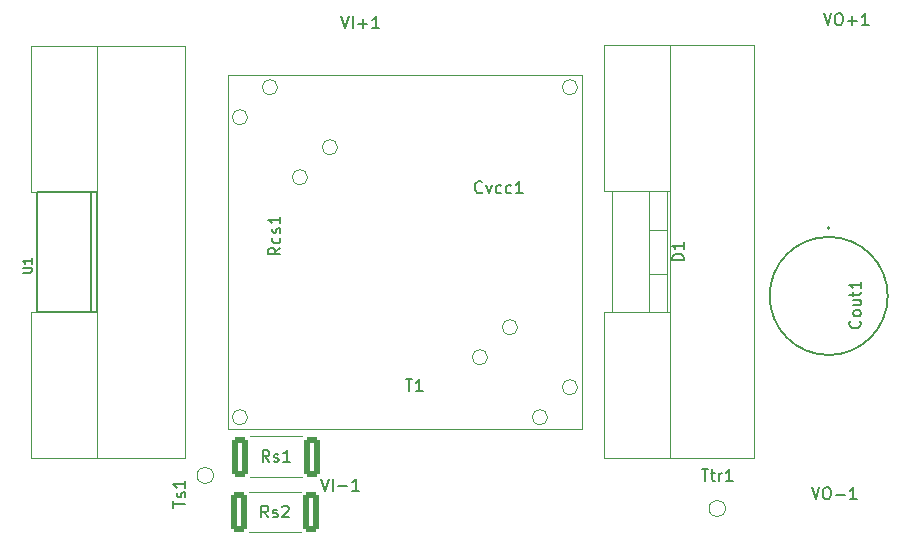
<source format=gto>
G04 #@! TF.GenerationSoftware,KiCad,Pcbnew,(6.0.11)*
G04 #@! TF.CreationDate,2023-06-13T18:49:00+03:00*
G04 #@! TF.ProjectId,flyback_48V_48W,666c7962-6163-46b5-9f34-38565f343857,rev?*
G04 #@! TF.SameCoordinates,Original*
G04 #@! TF.FileFunction,Legend,Top*
G04 #@! TF.FilePolarity,Positive*
%FSLAX46Y46*%
G04 Gerber Fmt 4.6, Leading zero omitted, Abs format (unit mm)*
G04 Created by KiCad (PCBNEW (6.0.11)) date 2023-06-13 18:49:00*
%MOMM*%
%LPD*%
G01*
G04 APERTURE LIST*
G04 Aperture macros list*
%AMRoundRect*
0 Rectangle with rounded corners*
0 $1 Rounding radius*
0 $2 $3 $4 $5 $6 $7 $8 $9 X,Y pos of 4 corners*
0 Add a 4 corners polygon primitive as box body*
4,1,4,$2,$3,$4,$5,$6,$7,$8,$9,$2,$3,0*
0 Add four circle primitives for the rounded corners*
1,1,$1+$1,$2,$3*
1,1,$1+$1,$4,$5*
1,1,$1+$1,$6,$7*
1,1,$1+$1,$8,$9*
0 Add four rect primitives between the rounded corners*
20,1,$1+$1,$2,$3,$4,$5,0*
20,1,$1+$1,$4,$5,$6,$7,0*
20,1,$1+$1,$6,$7,$8,$9,0*
20,1,$1+$1,$8,$9,$2,$3,0*%
G04 Aperture macros list end*
%ADD10C,0.150000*%
%ADD11C,0.127000*%
%ADD12C,0.120000*%
%ADD13C,0.200000*%
%ADD14C,3.800000*%
%ADD15O,3.048000X1.524000*%
%ADD16RoundRect,0.249999X-0.450001X-1.425001X0.450001X-1.425001X0.450001X1.425001X-0.450001X1.425001X0*%
%ADD17R,2.000000X2.000000*%
%ADD18O,2.000000X2.000000*%
%ADD19R,1.200000X1.200000*%
%ADD20C,1.200000*%
%ADD21C,1.524000*%
%ADD22C,1.000000*%
G04 APERTURE END LIST*
D10*
X127185133Y-78481780D02*
X127518466Y-79481780D01*
X127851800Y-78481780D01*
X128185133Y-79481780D02*
X128185133Y-78481780D01*
X128661323Y-79100828D02*
X129423228Y-79100828D01*
X130423228Y-79481780D02*
X129851800Y-79481780D01*
X130137514Y-79481780D02*
X130137514Y-78481780D01*
X130042276Y-78624638D01*
X129947038Y-78719876D01*
X129851800Y-78767495D01*
X101930803Y-61051925D02*
X102568224Y-61051925D01*
X102643215Y-61014430D01*
X102680710Y-60976934D01*
X102718205Y-60901944D01*
X102718205Y-60751962D01*
X102680710Y-60676972D01*
X102643215Y-60639476D01*
X102568224Y-60601981D01*
X101930803Y-60601981D01*
X102718205Y-59814579D02*
X102718205Y-60264523D01*
X102718205Y-60039551D02*
X101930803Y-60039551D01*
X102043289Y-60114542D01*
X102118280Y-60189532D01*
X102155775Y-60264523D01*
X169751619Y-39076380D02*
X170084952Y-40076380D01*
X170418285Y-39076380D01*
X170942095Y-39076380D02*
X171132571Y-39076380D01*
X171227809Y-39124000D01*
X171323047Y-39219238D01*
X171370666Y-39409714D01*
X171370666Y-39743047D01*
X171323047Y-39933523D01*
X171227809Y-40028761D01*
X171132571Y-40076380D01*
X170942095Y-40076380D01*
X170846857Y-40028761D01*
X170751619Y-39933523D01*
X170704000Y-39743047D01*
X170704000Y-39409714D01*
X170751619Y-39219238D01*
X170846857Y-39124000D01*
X170942095Y-39076380D01*
X171799238Y-39695428D02*
X172561142Y-39695428D01*
X172180190Y-40076380D02*
X172180190Y-39314476D01*
X173561142Y-40076380D02*
X172989714Y-40076380D01*
X173275428Y-40076380D02*
X173275428Y-39076380D01*
X173180190Y-39219238D01*
X173084952Y-39314476D01*
X172989714Y-39362095D01*
X122828571Y-77052380D02*
X122495238Y-76576190D01*
X122257142Y-77052380D02*
X122257142Y-76052380D01*
X122638095Y-76052380D01*
X122733333Y-76100000D01*
X122780952Y-76147619D01*
X122828571Y-76242857D01*
X122828571Y-76385714D01*
X122780952Y-76480952D01*
X122733333Y-76528571D01*
X122638095Y-76576190D01*
X122257142Y-76576190D01*
X123209523Y-77004761D02*
X123304761Y-77052380D01*
X123495238Y-77052380D01*
X123590476Y-77004761D01*
X123638095Y-76909523D01*
X123638095Y-76861904D01*
X123590476Y-76766666D01*
X123495238Y-76719047D01*
X123352380Y-76719047D01*
X123257142Y-76671428D01*
X123209523Y-76576190D01*
X123209523Y-76528571D01*
X123257142Y-76433333D01*
X123352380Y-76385714D01*
X123495238Y-76385714D01*
X123590476Y-76433333D01*
X124590476Y-77052380D02*
X124019047Y-77052380D01*
X124304761Y-77052380D02*
X124304761Y-76052380D01*
X124209523Y-76195238D01*
X124114285Y-76290476D01*
X124019047Y-76338095D01*
X157911880Y-59988095D02*
X156911880Y-59988095D01*
X156911880Y-59750000D01*
X156959500Y-59607142D01*
X157054738Y-59511904D01*
X157149976Y-59464285D01*
X157340452Y-59416666D01*
X157483309Y-59416666D01*
X157673785Y-59464285D01*
X157769023Y-59511904D01*
X157864261Y-59607142D01*
X157911880Y-59750000D01*
X157911880Y-59988095D01*
X157911880Y-58464285D02*
X157911880Y-59035714D01*
X157911880Y-58750000D02*
X156911880Y-58750000D01*
X157054738Y-58845238D01*
X157149976Y-58940476D01*
X157197595Y-59035714D01*
X172823142Y-65119142D02*
X172870761Y-65166761D01*
X172918380Y-65309619D01*
X172918380Y-65404857D01*
X172870761Y-65547714D01*
X172775523Y-65642952D01*
X172680285Y-65690571D01*
X172489809Y-65738190D01*
X172346952Y-65738190D01*
X172156476Y-65690571D01*
X172061238Y-65642952D01*
X171966000Y-65547714D01*
X171918380Y-65404857D01*
X171918380Y-65309619D01*
X171966000Y-65166761D01*
X172013619Y-65119142D01*
X172918380Y-64547714D02*
X172870761Y-64642952D01*
X172823142Y-64690571D01*
X172727904Y-64738190D01*
X172442190Y-64738190D01*
X172346952Y-64690571D01*
X172299333Y-64642952D01*
X172251714Y-64547714D01*
X172251714Y-64404857D01*
X172299333Y-64309619D01*
X172346952Y-64262000D01*
X172442190Y-64214380D01*
X172727904Y-64214380D01*
X172823142Y-64262000D01*
X172870761Y-64309619D01*
X172918380Y-64404857D01*
X172918380Y-64547714D01*
X172251714Y-63357238D02*
X172918380Y-63357238D01*
X172251714Y-63785809D02*
X172775523Y-63785809D01*
X172870761Y-63738190D01*
X172918380Y-63642952D01*
X172918380Y-63500095D01*
X172870761Y-63404857D01*
X172823142Y-63357238D01*
X172251714Y-63023904D02*
X172251714Y-62642952D01*
X171918380Y-62881047D02*
X172775523Y-62881047D01*
X172870761Y-62833428D01*
X172918380Y-62738190D01*
X172918380Y-62642952D01*
X172918380Y-61785809D02*
X172918380Y-62357238D01*
X172918380Y-62071523D02*
X171918380Y-62071523D01*
X172061238Y-62166761D01*
X172156476Y-62262000D01*
X172204095Y-62357238D01*
X134366095Y-70064380D02*
X134937523Y-70064380D01*
X134651809Y-71064380D02*
X134651809Y-70064380D01*
X135794666Y-71064380D02*
X135223238Y-71064380D01*
X135508952Y-71064380D02*
X135508952Y-70064380D01*
X135413714Y-70207238D01*
X135318476Y-70302476D01*
X135223238Y-70350095D01*
X168735619Y-79208380D02*
X169068952Y-80208380D01*
X169402285Y-79208380D01*
X169926095Y-79208380D02*
X170116571Y-79208380D01*
X170211809Y-79256000D01*
X170307047Y-79351238D01*
X170354666Y-79541714D01*
X170354666Y-79875047D01*
X170307047Y-80065523D01*
X170211809Y-80160761D01*
X170116571Y-80208380D01*
X169926095Y-80208380D01*
X169830857Y-80160761D01*
X169735619Y-80065523D01*
X169688000Y-79875047D01*
X169688000Y-79541714D01*
X169735619Y-79351238D01*
X169830857Y-79256000D01*
X169926095Y-79208380D01*
X170783238Y-79827428D02*
X171545142Y-79827428D01*
X172545142Y-80208380D02*
X171973714Y-80208380D01*
X172259428Y-80208380D02*
X172259428Y-79208380D01*
X172164190Y-79351238D01*
X172068952Y-79446476D01*
X171973714Y-79494095D01*
X114702380Y-80916666D02*
X114702380Y-80345238D01*
X115702380Y-80630952D02*
X114702380Y-80630952D01*
X115654761Y-80059523D02*
X115702380Y-79964285D01*
X115702380Y-79773809D01*
X115654761Y-79678571D01*
X115559523Y-79630952D01*
X115511904Y-79630952D01*
X115416666Y-79678571D01*
X115369047Y-79773809D01*
X115369047Y-79916666D01*
X115321428Y-80011904D01*
X115226190Y-80059523D01*
X115178571Y-80059523D01*
X115083333Y-80011904D01*
X115035714Y-79916666D01*
X115035714Y-79773809D01*
X115083333Y-79678571D01*
X115702380Y-78678571D02*
X115702380Y-79250000D01*
X115702380Y-78964285D02*
X114702380Y-78964285D01*
X114845238Y-79059523D01*
X114940476Y-79154761D01*
X114988095Y-79250000D01*
X122728571Y-81752380D02*
X122395238Y-81276190D01*
X122157142Y-81752380D02*
X122157142Y-80752380D01*
X122538095Y-80752380D01*
X122633333Y-80800000D01*
X122680952Y-80847619D01*
X122728571Y-80942857D01*
X122728571Y-81085714D01*
X122680952Y-81180952D01*
X122633333Y-81228571D01*
X122538095Y-81276190D01*
X122157142Y-81276190D01*
X123109523Y-81704761D02*
X123204761Y-81752380D01*
X123395238Y-81752380D01*
X123490476Y-81704761D01*
X123538095Y-81609523D01*
X123538095Y-81561904D01*
X123490476Y-81466666D01*
X123395238Y-81419047D01*
X123252380Y-81419047D01*
X123157142Y-81371428D01*
X123109523Y-81276190D01*
X123109523Y-81228571D01*
X123157142Y-81133333D01*
X123252380Y-81085714D01*
X123395238Y-81085714D01*
X123490476Y-81133333D01*
X123919047Y-80847619D02*
X123966666Y-80800000D01*
X124061904Y-80752380D01*
X124300000Y-80752380D01*
X124395238Y-80800000D01*
X124442857Y-80847619D01*
X124490476Y-80942857D01*
X124490476Y-81038095D01*
X124442857Y-81180952D01*
X123871428Y-81752380D01*
X124490476Y-81752380D01*
X159424857Y-77684380D02*
X159996285Y-77684380D01*
X159710571Y-78684380D02*
X159710571Y-77684380D01*
X160186761Y-78017714D02*
X160567714Y-78017714D01*
X160329619Y-77684380D02*
X160329619Y-78541523D01*
X160377238Y-78636761D01*
X160472476Y-78684380D01*
X160567714Y-78684380D01*
X160901047Y-78684380D02*
X160901047Y-78017714D01*
X160901047Y-78208190D02*
X160948666Y-78112952D01*
X160996285Y-78065333D01*
X161091523Y-78017714D01*
X161186761Y-78017714D01*
X162043904Y-78684380D02*
X161472476Y-78684380D01*
X161758190Y-78684380D02*
X161758190Y-77684380D01*
X161662952Y-77827238D01*
X161567714Y-77922476D01*
X161472476Y-77970095D01*
X128889333Y-39330380D02*
X129222666Y-40330380D01*
X129556000Y-39330380D01*
X129889333Y-40330380D02*
X129889333Y-39330380D01*
X130365523Y-39949428D02*
X131127428Y-39949428D01*
X130746476Y-40330380D02*
X130746476Y-39568476D01*
X132127428Y-40330380D02*
X131556000Y-40330380D01*
X131841714Y-40330380D02*
X131841714Y-39330380D01*
X131746476Y-39473238D01*
X131651238Y-39568476D01*
X131556000Y-39616095D01*
X140835238Y-54205142D02*
X140787619Y-54252761D01*
X140644761Y-54300380D01*
X140549523Y-54300380D01*
X140406666Y-54252761D01*
X140311428Y-54157523D01*
X140263809Y-54062285D01*
X140216190Y-53871809D01*
X140216190Y-53728952D01*
X140263809Y-53538476D01*
X140311428Y-53443238D01*
X140406666Y-53348000D01*
X140549523Y-53300380D01*
X140644761Y-53300380D01*
X140787619Y-53348000D01*
X140835238Y-53395619D01*
X141168571Y-53633714D02*
X141406666Y-54300380D01*
X141644761Y-53633714D01*
X142454285Y-54252761D02*
X142359047Y-54300380D01*
X142168571Y-54300380D01*
X142073333Y-54252761D01*
X142025714Y-54205142D01*
X141978095Y-54109904D01*
X141978095Y-53824190D01*
X142025714Y-53728952D01*
X142073333Y-53681333D01*
X142168571Y-53633714D01*
X142359047Y-53633714D01*
X142454285Y-53681333D01*
X143311428Y-54252761D02*
X143216190Y-54300380D01*
X143025714Y-54300380D01*
X142930476Y-54252761D01*
X142882857Y-54205142D01*
X142835238Y-54109904D01*
X142835238Y-53824190D01*
X142882857Y-53728952D01*
X142930476Y-53681333D01*
X143025714Y-53633714D01*
X143216190Y-53633714D01*
X143311428Y-53681333D01*
X144263809Y-54300380D02*
X143692380Y-54300380D01*
X143978095Y-54300380D02*
X143978095Y-53300380D01*
X143882857Y-53443238D01*
X143787619Y-53538476D01*
X143692380Y-53586095D01*
X123752380Y-58912000D02*
X123276190Y-59245333D01*
X123752380Y-59483428D02*
X122752380Y-59483428D01*
X122752380Y-59102476D01*
X122800000Y-59007238D01*
X122847619Y-58959619D01*
X122942857Y-58912000D01*
X123085714Y-58912000D01*
X123180952Y-58959619D01*
X123228571Y-59007238D01*
X123276190Y-59102476D01*
X123276190Y-59483428D01*
X123704761Y-58054857D02*
X123752380Y-58150095D01*
X123752380Y-58340571D01*
X123704761Y-58435809D01*
X123657142Y-58483428D01*
X123561904Y-58531047D01*
X123276190Y-58531047D01*
X123180952Y-58483428D01*
X123133333Y-58435809D01*
X123085714Y-58340571D01*
X123085714Y-58150095D01*
X123133333Y-58054857D01*
X123704761Y-57673904D02*
X123752380Y-57578666D01*
X123752380Y-57388190D01*
X123704761Y-57292952D01*
X123609523Y-57245333D01*
X123561904Y-57245333D01*
X123466666Y-57292952D01*
X123419047Y-57388190D01*
X123419047Y-57531047D01*
X123371428Y-57626285D01*
X123276190Y-57673904D01*
X123228571Y-57673904D01*
X123133333Y-57626285D01*
X123085714Y-57531047D01*
X123085714Y-57388190D01*
X123133333Y-57292952D01*
X123752380Y-56292952D02*
X123752380Y-56864380D01*
X123752380Y-56578666D02*
X122752380Y-56578666D01*
X122895238Y-56673904D01*
X122990476Y-56769142D01*
X123038095Y-56864380D01*
D11*
X107757000Y-54220000D02*
X108265000Y-54220000D01*
X108265000Y-64380000D02*
X107757000Y-64380000D01*
X103185000Y-54220000D02*
X107757000Y-54220000D01*
X108265000Y-54220000D02*
X108265000Y-64380000D01*
X107757000Y-64380000D02*
X103185000Y-64380000D01*
X107757000Y-54220000D02*
X107757000Y-64380000D01*
X103185000Y-64380000D02*
X103185000Y-54220000D01*
D12*
X108265000Y-41840000D02*
X115725000Y-41840000D01*
X115725000Y-41840000D02*
X115725000Y-76760000D01*
X115725000Y-76760000D02*
X108265000Y-76760000D01*
X108265000Y-76760000D02*
X108265000Y-41840000D01*
X108265000Y-64380000D02*
X102675000Y-64380000D01*
X102675000Y-64380000D02*
X102675000Y-76760000D01*
X102675000Y-76760000D02*
X108265000Y-76760000D01*
X108265000Y-76760000D02*
X108265000Y-64380000D01*
X108265000Y-41840000D02*
X102675000Y-41840000D01*
X102675000Y-41840000D02*
X102675000Y-54220000D01*
X102675000Y-54220000D02*
X108265000Y-54220000D01*
X108265000Y-54220000D02*
X108265000Y-41840000D01*
X121222936Y-78310000D02*
X125577064Y-78310000D01*
X121222936Y-74890000D02*
X125577064Y-74890000D01*
X154949500Y-54130000D02*
X154949500Y-64370000D01*
X156459500Y-54130000D02*
X156459500Y-64370000D01*
X156459500Y-57400000D02*
X154949500Y-57400000D01*
X156459500Y-64370000D02*
X151818500Y-64370000D01*
X151818500Y-54130000D02*
X151818500Y-64370000D01*
X156459500Y-61101000D02*
X154949500Y-61101000D01*
X156459500Y-54130000D02*
X151818500Y-54130000D01*
X163852500Y-41790000D02*
X156713500Y-41790000D01*
X156713500Y-41790000D02*
X156713500Y-76710000D01*
X156713500Y-76710000D02*
X163852500Y-76710000D01*
X163852500Y-76710000D02*
X163852500Y-41790000D01*
X156713500Y-76710000D02*
X151147500Y-76710000D01*
X151147500Y-76710000D02*
X151147500Y-64330000D01*
X151147500Y-64330000D02*
X156713500Y-64330000D01*
X156713500Y-64330000D02*
X156713500Y-76710000D01*
X156713500Y-41790000D02*
X151147500Y-41790000D01*
X151147500Y-41790000D02*
X151147500Y-54130000D01*
X151147500Y-54130000D02*
X156713500Y-54130000D01*
X156713500Y-54130000D02*
X156713500Y-41790000D01*
D13*
X170280000Y-57250000D02*
G75*
G03*
X170280000Y-57250000I-100000J0D01*
G01*
D11*
X175180000Y-63000000D02*
G75*
G03*
X175180000Y-63000000I-5000000J0D01*
G01*
D12*
X119314000Y-74286000D02*
X119314000Y-44314000D01*
X119314000Y-74286000D02*
X149286000Y-74286000D01*
X119314000Y-44314000D02*
X149286000Y-44314000D01*
X149286000Y-74286000D02*
X149286000Y-44314000D01*
X120980000Y-52950000D02*
G75*
G03*
X120980000Y-52950000I-650000J0D01*
G01*
X141300000Y-68190000D02*
G75*
G03*
X141300000Y-68190000I-650000J0D01*
G01*
X148920000Y-65650000D02*
G75*
G03*
X148920000Y-65650000I-650000J0D01*
G01*
X120980000Y-47870000D02*
G75*
G03*
X120980000Y-47870000I-650000J0D01*
G01*
X123520000Y-45330000D02*
G75*
G03*
X123520000Y-45330000I-650000J0D01*
G01*
X143840000Y-65650000D02*
G75*
G03*
X143840000Y-65650000I-650000J0D01*
G01*
X128600000Y-50410000D02*
G75*
G03*
X128600000Y-50410000I-650000J0D01*
G01*
X146380000Y-73270000D02*
G75*
G03*
X146380000Y-73270000I-650000J0D01*
G01*
X120980000Y-73270000D02*
G75*
G03*
X120980000Y-73270000I-650000J0D01*
G01*
X128600000Y-45330000D02*
G75*
G03*
X128600000Y-45330000I-650000J0D01*
G01*
X148920000Y-70730000D02*
G75*
G03*
X148920000Y-70730000I-650000J0D01*
G01*
X126060000Y-52950000D02*
G75*
G03*
X126060000Y-52950000I-650000J0D01*
G01*
X148920000Y-45330000D02*
G75*
G03*
X148920000Y-45330000I-650000J0D01*
G01*
X141300000Y-73270000D02*
G75*
G03*
X141300000Y-73270000I-650000J0D01*
G01*
X118100000Y-78200000D02*
G75*
G03*
X118100000Y-78200000I-700000J0D01*
G01*
X121122936Y-83010000D02*
X125477064Y-83010000D01*
X121122936Y-79590000D02*
X125477064Y-79590000D01*
X161450000Y-81000000D02*
G75*
G03*
X161450000Y-81000000I-700000J0D01*
G01*
%LPC*%
D14*
X133500000Y-78750000D03*
D15*
X105725000Y-59300000D03*
X105725000Y-56760000D03*
X105725000Y-61840000D03*
D14*
X171500000Y-42750000D03*
D16*
X120350000Y-76600000D03*
X126450000Y-76600000D03*
D17*
X153189500Y-56710000D03*
D18*
X153189500Y-61790000D03*
D19*
X170180000Y-60500000D03*
D20*
X170180000Y-65500000D03*
D21*
X127950000Y-45330000D03*
X120330000Y-52950000D03*
X140650000Y-73270000D03*
X148270000Y-65650000D03*
D14*
X170500000Y-75750000D03*
D22*
X117400000Y-78200000D03*
D16*
X120250000Y-81300000D03*
X126350000Y-81300000D03*
D22*
X160750000Y-81000000D03*
D14*
X125750000Y-40000000D03*
D22*
X171750000Y-48750000D03*
X166000000Y-39500000D03*
X156500000Y-39000000D03*
X121200000Y-42200000D03*
M02*

</source>
